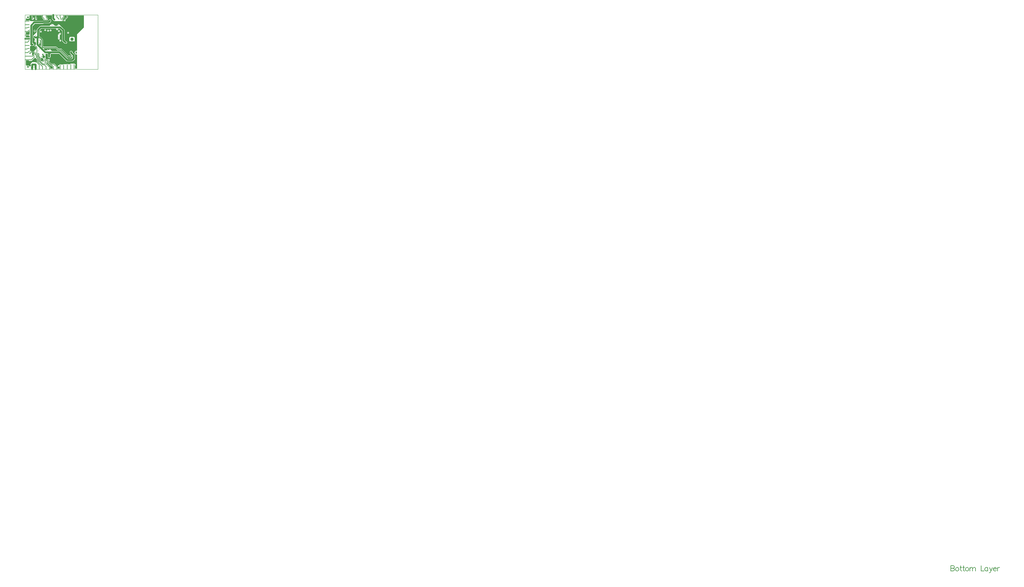
<source format=gbl>
G04*
G04 #@! TF.GenerationSoftware,Altium Limited,Altium Designer,22.4.2 (48)*
G04*
G04 Layer_Physical_Order=4*
G04 Layer_Color=16711680*
%FSLAX24Y24*%
%MOIN*%
G70*
G04*
G04 #@! TF.SameCoordinates,234F8549-8FEE-4F9A-8B0D-93BDF39202AA*
G04*
G04*
G04 #@! TF.FilePolarity,Positive*
G04*
G01*
G75*
%ADD14C,0.0059*%
%ADD15C,0.0039*%
%ADD50C,0.0160*%
%ADD51C,0.0100*%
%ADD52C,0.0060*%
%ADD55C,0.0200*%
%ADD57O,0.0276X0.0118*%
%ADD58O,0.0118X0.0276*%
%ADD59C,0.0120*%
%ADD60C,0.0140*%
%ADD61C,0.0160*%
G04:AMPARAMS|DCode=62|XSize=31.5mil|YSize=31.5mil|CornerRadius=7.9mil|HoleSize=0mil|Usage=FLASHONLY|Rotation=270.000|XOffset=0mil|YOffset=0mil|HoleType=Round|Shape=RoundedRectangle|*
%AMROUNDEDRECTD62*
21,1,0.0315,0.0157,0,0,270.0*
21,1,0.0157,0.0315,0,0,270.0*
1,1,0.0157,-0.0079,-0.0079*
1,1,0.0157,-0.0079,0.0079*
1,1,0.0157,0.0079,0.0079*
1,1,0.0157,0.0079,-0.0079*
%
%ADD62ROUNDEDRECTD62*%
%ADD63C,0.0315*%
G36*
X6584Y5091D02*
X6584Y4706D01*
X5819Y3941D01*
X5819Y2099D01*
X5759Y2063D01*
X5721Y2070D01*
X5663Y2059D01*
X5614Y2026D01*
X5581Y1977D01*
X5569Y1919D01*
X5569Y1821D01*
X5581Y1763D01*
X5614Y1714D01*
X5663Y1681D01*
X5721Y1670D01*
X5759Y1677D01*
X5819Y1642D01*
X5819Y80D01*
X5571Y80D01*
X5571Y434D01*
X5668Y434D01*
X5668Y526D01*
X5542Y652D01*
X5098Y652D01*
X5028Y582D01*
X4777Y582D01*
X4759Y594D01*
X4720Y602D01*
X4681Y594D01*
X4663Y582D01*
X4289Y582D01*
X4281Y574D01*
X4248Y552D01*
X4237Y536D01*
X4003Y536D01*
X4002Y537D01*
X3969Y559D01*
X3969Y559D01*
X3969Y559D01*
X3930Y567D01*
X3891Y559D01*
X3858Y537D01*
X3836Y504D01*
X3765Y434D01*
X3699Y434D01*
X3694Y302D01*
X3859Y302D01*
X3859Y80D01*
X3613Y80D01*
X3613Y276D01*
X3607Y303D01*
X3592Y326D01*
X3287Y630D01*
X3264Y646D01*
X3237Y651D01*
X2955Y651D01*
X2704Y902D01*
X2718Y973D01*
X2724Y978D01*
X2746Y1011D01*
X2754Y1050D01*
X2746Y1089D01*
X2724Y1122D01*
X2691Y1144D01*
X2652Y1152D01*
X2613Y1144D01*
X2580Y1122D01*
X2576Y1116D01*
X2504Y1102D01*
X2496Y1110D01*
X2473Y1126D01*
X2445Y1131D01*
X2320Y1131D01*
X2275Y1158D01*
X2271Y1219D01*
X2281Y1229D01*
X2281Y1275D01*
X2281Y1696D01*
X2281Y1723D01*
X2331Y1747D01*
X2503Y1747D01*
X2558Y1692D01*
X2558Y1413D01*
X2569Y1359D01*
X2600Y1312D01*
X2646Y1281D01*
X2701Y1271D01*
X2756Y1281D01*
X2802Y1312D01*
X2833Y1359D01*
X2844Y1413D01*
X2844Y1692D01*
X2899Y1747D01*
X3811Y1747D01*
X4619Y939D01*
X4619Y939D01*
X4665Y908D01*
X4720Y897D01*
X4720Y897D01*
X5280Y897D01*
X5280Y897D01*
X5335Y908D01*
X5381Y939D01*
X5541Y1099D01*
X5541Y1099D01*
X5572Y1145D01*
X5583Y1200D01*
X5583Y1200D01*
X5583Y1570D01*
X5583Y1570D01*
X5572Y1625D01*
X5541Y1671D01*
X5541Y1671D01*
X5310Y1902D01*
X5310Y1933D01*
X5299Y1988D01*
X5268Y2034D01*
X5221Y2065D01*
X5167Y2076D01*
X5112Y2065D01*
X5066Y2034D01*
X5035Y1988D01*
X5024Y1933D01*
X5024Y1843D01*
X5024Y1843D01*
X5035Y1789D01*
X5066Y1742D01*
X5297Y1511D01*
X5297Y1259D01*
X5221Y1183D01*
X4779Y1183D01*
X3971Y1991D01*
X3925Y2022D01*
X3870Y2033D01*
X3870Y2033D01*
X3021Y2033D01*
X2892Y2162D01*
X2884Y2199D01*
X2862Y2232D01*
X2829Y2254D01*
X2790Y2262D01*
X2751Y2254D01*
X2718Y2232D01*
X2696Y2199D01*
X2692Y2181D01*
X2667Y2156D01*
X2607Y2156D01*
X2604Y2159D01*
X2582Y2192D01*
X2549Y2214D01*
X2510Y2222D01*
X2471Y2214D01*
X2438Y2192D01*
X2416Y2159D01*
X2416Y2159D01*
X2410Y2128D01*
X2408Y2120D01*
X2345Y2120D01*
X2287Y2120D01*
X2228Y2121D01*
X2126Y2223D01*
X2126Y2322D01*
X2152Y2348D01*
X3430Y2348D01*
X3641Y2138D01*
X3670Y2118D01*
X3705Y2111D01*
X4009Y2111D01*
X4745Y1375D01*
X4775Y1355D01*
X4810Y1348D01*
X5021Y1348D01*
X5053Y1327D01*
X5100Y1318D01*
X5147Y1327D01*
X5187Y1353D01*
X5213Y1393D01*
X5222Y1440D01*
X5213Y1487D01*
X5187Y1527D01*
X5147Y1553D01*
X5100Y1562D01*
X5053Y1553D01*
X5021Y1532D01*
X4848Y1532D01*
X4112Y2267D01*
X4083Y2287D01*
X4047Y2294D01*
X3743Y2294D01*
X3533Y2505D01*
X3503Y2525D01*
X3468Y2532D01*
X2028Y2532D01*
X1972Y2588D01*
X1972Y3342D01*
X1965Y3377D01*
X1945Y3407D01*
X1727Y3625D01*
X1697Y3645D01*
X1662Y3652D01*
X1587Y3652D01*
X1587Y4335D01*
X1829Y4577D01*
X3446Y4577D01*
X3461Y4558D01*
X3483Y4517D01*
X3478Y4490D01*
X3486Y4451D01*
X3508Y4418D01*
X3541Y4396D01*
X3580Y4388D01*
X3619Y4396D01*
X3652Y4418D01*
X3674Y4451D01*
X3682Y4490D01*
X3677Y4517D01*
X3699Y4558D01*
X3714Y4577D01*
X3871Y4577D01*
X4147Y4301D01*
X4147Y3234D01*
X4147Y3234D01*
X4158Y3179D01*
X4189Y3133D01*
X4376Y2946D01*
X4422Y2915D01*
X4477Y2904D01*
X4508Y2910D01*
X4543Y2887D01*
X4590Y2878D01*
X4637Y2887D01*
X4677Y2913D01*
X4703Y2953D01*
X4712Y3000D01*
X4703Y3047D01*
X4677Y3087D01*
X4637Y3113D01*
X4596Y3121D01*
X4578Y3148D01*
X4433Y3293D01*
X4433Y4360D01*
X4433Y4360D01*
X4422Y4415D01*
X4391Y4461D01*
X4391Y4461D01*
X4031Y4821D01*
X3985Y4852D01*
X3985Y4852D01*
X3805Y5032D01*
X3740Y5032D01*
X3740Y5032D01*
X3701Y5024D01*
X3668Y5002D01*
X3646Y4969D01*
X3638Y4930D01*
X3639Y4923D01*
X3598Y4863D01*
X3355Y4863D01*
X3146Y5072D01*
X2954Y5072D01*
X2915Y5064D01*
X2882Y5042D01*
X2860Y5009D01*
X2713Y4863D01*
X1770Y4863D01*
X1715Y4852D01*
X1669Y4821D01*
X1669Y4821D01*
X1343Y4495D01*
X1312Y4449D01*
X1301Y4394D01*
X1301Y4394D01*
X1301Y4185D01*
X920Y3804D01*
X920Y3749D01*
X912Y3710D01*
X918Y3682D01*
X912Y3652D01*
X923Y3598D01*
X954Y3551D01*
X1024Y3481D01*
X1024Y3481D01*
X1024Y3481D01*
X1075Y3430D01*
X1075Y3274D01*
X1042Y3252D01*
X1020Y3219D01*
X1012Y3180D01*
X1020Y3141D01*
X1042Y3108D01*
X1075Y3086D01*
X1114Y3078D01*
X1160Y3078D01*
X1237Y3001D01*
X1237Y2775D01*
X1233Y2768D01*
X1222Y2757D01*
X1184Y2729D01*
X1170Y2732D01*
X1131Y2724D01*
X1098Y2702D01*
X1076Y2669D01*
X1068Y2630D01*
X1076Y2591D01*
X1098Y2558D01*
X1131Y2536D01*
X1170Y2528D01*
X1171Y2528D01*
X1252Y2447D01*
X1252Y2301D01*
X1015Y2064D01*
X982Y2042D01*
X960Y2009D01*
X952Y1970D01*
X960Y1931D01*
X982Y1898D01*
X982Y1897D01*
X982Y1740D01*
X987Y1719D01*
X986Y1708D01*
X978Y1679D01*
X965Y1651D01*
X961Y1647D01*
X938Y1632D01*
X916Y1599D01*
X908Y1560D01*
X849Y1548D01*
X843Y1548D01*
X799Y1593D01*
X799Y1888D01*
X808Y1934D01*
X799Y1981D01*
X772Y2021D01*
X732Y2047D01*
X686Y2057D01*
X639Y2047D01*
X562Y2124D01*
X562Y2575D01*
X625Y2638D01*
X680Y2627D01*
X870Y2627D01*
X925Y2638D01*
X971Y2669D01*
X1002Y2715D01*
X1013Y2770D01*
X1002Y2825D01*
X1002Y2840D01*
X823Y3019D01*
X823Y4847D01*
X1090Y5115D01*
X1990Y5115D01*
X1990Y5115D01*
X2045Y5125D01*
X2091Y5156D01*
X2102Y5167D01*
X2645Y5167D01*
X2645Y5167D01*
X2700Y5178D01*
X2746Y5209D01*
X2887Y5350D01*
X2918Y5396D01*
X2929Y5451D01*
X2918Y5506D01*
X2887Y5552D01*
X2841Y5583D01*
X2786Y5594D01*
X2731Y5583D01*
X2685Y5552D01*
X2586Y5453D01*
X2064Y5453D01*
X2053Y5451D01*
X2043Y5453D01*
X1988Y5442D01*
X1942Y5411D01*
X1931Y5400D01*
X1031Y5400D01*
X1031Y5400D01*
X977Y5389D01*
X616Y5389D01*
X558Y5447D01*
X545Y5460D01*
X528Y5486D01*
X503Y5502D01*
X434Y5572D01*
X440Y5544D01*
X417Y5508D01*
X384Y5486D01*
X383Y5485D01*
X80Y5485D01*
X80Y5676D01*
X124Y5720D01*
X159Y5720D01*
X209Y5687D01*
X266Y5676D01*
X365Y5676D01*
X423Y5687D01*
X472Y5720D01*
X504Y5769D01*
X516Y5827D01*
X504Y5885D01*
X494Y5900D01*
X494Y5980D01*
X536Y6022D01*
X714Y6022D01*
X714Y5866D01*
X720Y5839D01*
X735Y5816D01*
X773Y5778D01*
X778Y5722D01*
X756Y5689D01*
X748Y5650D01*
X756Y5611D01*
X778Y5578D01*
X811Y5556D01*
X850Y5548D01*
X889Y5556D01*
X922Y5578D01*
X944Y5611D01*
X952Y5650D01*
X971Y5669D01*
X1021Y5669D01*
X1034Y5762D01*
X1019Y5776D01*
X981Y5776D01*
X921Y5785D01*
X921Y5802D01*
X916Y5829D01*
X900Y5852D01*
X857Y5896D01*
X857Y6022D01*
X1108Y6022D01*
X1108Y5866D01*
X1113Y5839D01*
X1129Y5816D01*
X1169Y5776D01*
X1169Y5713D01*
X1168Y5712D01*
X1146Y5679D01*
X1138Y5640D01*
X1146Y5601D01*
X1168Y5568D01*
X1201Y5546D01*
X1240Y5538D01*
X1279Y5546D01*
X1312Y5568D01*
X1334Y5601D01*
X1342Y5640D01*
X1334Y5679D01*
X1312Y5712D01*
X1311Y5713D01*
X1311Y5805D01*
X1306Y5833D01*
X1290Y5856D01*
X1251Y5896D01*
X1251Y6022D01*
X1895Y6022D01*
X1895Y5866D01*
X1901Y5839D01*
X1916Y5816D01*
X1959Y5773D01*
X1959Y5753D01*
X1940Y5700D01*
X1940Y5700D01*
X2081Y5559D01*
X2084Y5555D01*
X2087Y5553D01*
X2115Y5525D01*
X2458Y5525D01*
X2497Y5533D01*
X2530Y5555D01*
X2552Y5588D01*
X2560Y5627D01*
X2552Y5666D01*
X2530Y5699D01*
X2529Y5700D01*
X2529Y5768D01*
X2524Y5796D01*
X2508Y5819D01*
X2432Y5896D01*
X2432Y6022D01*
X3005Y6022D01*
X3005Y5687D01*
X3005Y5687D01*
X3016Y5633D01*
X3047Y5586D01*
X3174Y5459D01*
X3220Y5428D01*
X3275Y5417D01*
X4165Y5417D01*
X4206Y5458D01*
X4228Y5491D01*
X4236Y5530D01*
X4228Y5569D01*
X4206Y5602D01*
X4220Y5656D01*
X4379Y5816D01*
X4395Y5839D01*
X4400Y5866D01*
X4400Y6022D01*
X4652Y6022D01*
X4652Y5894D01*
X4367Y5609D01*
X4351Y5586D01*
X4347Y5566D01*
X4342Y5562D01*
X4320Y5529D01*
X4312Y5490D01*
X4320Y5451D01*
X4342Y5418D01*
X4375Y5396D01*
X4414Y5388D01*
X4453Y5396D01*
X4486Y5418D01*
X4508Y5451D01*
X4516Y5490D01*
X4508Y5529D01*
X4500Y5541D01*
X4774Y5814D01*
X4790Y5838D01*
X4795Y5865D01*
X4795Y6022D01*
X6584Y6022D01*
X6584Y5091D01*
X6584Y5091D02*
G37*
G36*
X537Y4275D02*
X537Y4128D01*
X533Y4127D01*
X533Y4127D01*
X478Y4109D01*
X475Y4112D01*
X471Y4115D01*
X470Y4116D01*
X434Y4080D01*
X434Y4074D01*
X514Y4074D01*
X534Y4056D01*
X537Y4053D01*
X537Y3977D01*
X525Y3964D01*
X477Y3936D01*
X456Y3941D01*
X417Y3933D01*
X384Y3911D01*
X383Y3910D01*
X80Y3910D01*
X80Y4161D01*
X286Y4161D01*
X314Y4167D01*
X337Y4182D01*
X473Y4318D01*
X474Y4318D01*
X477Y4319D01*
X537Y4275D01*
X537Y4275D02*
G37*
G36*
X384Y3767D02*
X417Y3745D01*
X456Y3737D01*
X477Y3741D01*
X525Y3713D01*
X537Y3701D01*
X537Y3601D01*
X477Y3563D01*
X455Y3567D01*
X80Y3567D01*
X80Y3767D01*
X383Y3767D01*
X384Y3767D01*
X384Y3767D02*
G37*
G36*
X1788Y3287D02*
X1788Y2639D01*
X1733Y2616D01*
X1543Y2806D01*
X1549Y2847D01*
X1600Y2888D01*
X1639Y2896D01*
X1672Y2918D01*
X1694Y2951D01*
X1702Y2990D01*
X1702Y3279D01*
X1762Y3308D01*
X1788Y3287D01*
X1788Y3287D02*
G37*
G36*
X1323Y1142D02*
X1323Y754D01*
X1263Y729D01*
X1202Y790D01*
X780Y790D01*
X707Y717D01*
X706Y716D01*
X663Y673D01*
X663Y673D01*
X627Y637D01*
X627Y587D01*
X627Y587D01*
X627Y508D01*
X627Y493D01*
X630Y493D01*
X631Y478D01*
X640Y445D01*
X640Y442D01*
X642Y434D01*
X642Y425D01*
X643Y422D01*
X643Y387D01*
X640Y376D01*
X634Y367D01*
X624Y357D01*
X612Y348D01*
X486Y348D01*
X439Y396D01*
X423Y396D01*
X365Y407D01*
X161Y407D01*
X80Y487D01*
X80Y1012D01*
X434Y1012D01*
X434Y925D01*
X436Y923D01*
X737Y923D01*
X1086Y1271D01*
X1193Y1271D01*
X1323Y1142D01*
X1323Y1142D02*
G37*
G36*
X2041Y1167D02*
X2041Y1027D01*
X1950Y936D01*
X1941Y934D01*
X1908Y912D01*
X1904Y906D01*
X1902Y903D01*
X1828Y903D01*
X1828Y903D01*
X1778Y931D01*
X1765Y949D01*
X1765Y1234D01*
X1792Y1261D01*
X1947Y1261D01*
X2041Y1167D01*
X2041Y1167D02*
G37*
G36*
X1296Y510D02*
X1296Y175D01*
X1261Y140D01*
X1092Y140D01*
X1056Y175D01*
X1056Y450D01*
X1046Y460D01*
X1010Y460D01*
X916Y460D01*
X906Y450D01*
X906Y175D01*
X871Y140D01*
X666Y140D01*
X666Y238D01*
X702Y262D01*
X729Y289D01*
X756Y328D01*
X765Y375D01*
X765Y434D01*
X762Y449D01*
X761Y464D01*
X750Y508D01*
X750Y587D01*
X793Y630D01*
X1176Y630D01*
X1296Y510D01*
X1296Y510D02*
G37*
G36*
X2843Y420D02*
X2867Y404D01*
X2894Y399D01*
X2944Y399D01*
X3076Y267D01*
X3076Y80D01*
X2825Y80D01*
X2825Y236D01*
X2820Y264D01*
X2804Y287D01*
X2804Y287D01*
X2421Y670D01*
X2399Y685D01*
X2397Y687D01*
X2374Y747D01*
X2374Y750D01*
X2383Y763D01*
X2388Y790D01*
X2443Y813D01*
X2450Y813D01*
X2843Y420D01*
X2843Y420D02*
G37*
%LPC*%
G36*
X2250Y4512D02*
X2211Y4504D01*
X2178Y4482D01*
X2156Y4449D01*
X2148Y4410D01*
X2156Y4371D01*
X2178Y4338D01*
X2211Y4316D01*
X2250Y4308D01*
X2289Y4316D01*
X2322Y4338D01*
X2344Y4371D01*
X2352Y4410D01*
X2344Y4449D01*
X2322Y4482D01*
X2289Y4504D01*
X2250Y4512D01*
X2250Y4512D02*
G37*
G36*
X2860Y4462D02*
X2821Y4454D01*
X2788Y4432D01*
X2766Y4399D01*
X2758Y4360D01*
X2766Y4321D01*
X2788Y4288D01*
X2821Y4266D01*
X2860Y4258D01*
X2899Y4266D01*
X2932Y4288D01*
X2954Y4321D01*
X2962Y4360D01*
X2954Y4399D01*
X2932Y4432D01*
X2899Y4454D01*
X2860Y4462D01*
X2860Y4462D02*
G37*
G36*
X2570Y4442D02*
X2531Y4434D01*
X2498Y4412D01*
X2476Y4379D01*
X2468Y4340D01*
X2476Y4301D01*
X2498Y4268D01*
X2531Y4246D01*
X2570Y4238D01*
X2609Y4246D01*
X2642Y4268D01*
X2664Y4301D01*
X2672Y4340D01*
X2664Y4379D01*
X2642Y4412D01*
X2609Y4434D01*
X2570Y4442D01*
X2570Y4442D02*
G37*
G36*
X3780Y4412D02*
X3741Y4404D01*
X3708Y4382D01*
X3686Y4349D01*
X3678Y4310D01*
X3686Y4271D01*
X3708Y4238D01*
X3741Y4216D01*
X3780Y4208D01*
X3819Y4216D01*
X3852Y4238D01*
X3874Y4271D01*
X3882Y4310D01*
X3874Y4349D01*
X3852Y4382D01*
X3819Y4404D01*
X3780Y4412D01*
X3780Y4412D02*
G37*
G36*
X1084Y4422D02*
X1037Y4413D01*
X997Y4387D01*
X971Y4347D01*
X962Y4300D01*
X971Y4253D01*
X997Y4214D01*
X1037Y4187D01*
X1084Y4178D01*
X1131Y4187D01*
X1170Y4214D01*
X1197Y4253D01*
X1206Y4300D01*
X1197Y4347D01*
X1170Y4387D01*
X1131Y4413D01*
X1084Y4422D01*
X1084Y4422D02*
G37*
G36*
X1764Y4332D02*
X1725Y4324D01*
X1692Y4302D01*
X1670Y4269D01*
X1662Y4230D01*
X1670Y4191D01*
X1692Y4158D01*
X1725Y4136D01*
X1764Y4128D01*
X1803Y4136D01*
X1836Y4158D01*
X1858Y4191D01*
X1866Y4230D01*
X1858Y4269D01*
X1836Y4302D01*
X1803Y4324D01*
X1764Y4332D01*
X1764Y4332D02*
G37*
G36*
X4820Y4212D02*
X4781Y4204D01*
X4748Y4182D01*
X4726Y4149D01*
X4718Y4110D01*
X4726Y4071D01*
X4748Y4038D01*
X4781Y4016D01*
X4820Y4008D01*
X4859Y4016D01*
X4892Y4038D01*
X4914Y4071D01*
X4922Y4110D01*
X4914Y4149D01*
X4892Y4182D01*
X4859Y4204D01*
X4820Y4212D01*
X4820Y4212D02*
G37*
G36*
X3930Y4099D02*
X3891Y4091D01*
X3858Y4069D01*
X3828Y4039D01*
X3828Y4039D01*
X3732Y3943D01*
X3708Y3927D01*
X3686Y3894D01*
X3679Y3855D01*
X3678Y3621D01*
X3678Y3620D01*
X3678Y3619D01*
X3678Y3438D01*
X3678Y3415D01*
X3704Y3388D01*
X3704Y3388D01*
X3718Y3368D01*
X3751Y3346D01*
X3790Y3338D01*
X3829Y3346D01*
X3862Y3368D01*
X3876Y3388D01*
X3876Y3388D01*
X3892Y3405D01*
X3892Y3440D01*
X3892Y3440D01*
X3892Y3440D01*
X3892Y3442D01*
X3892Y3826D01*
X3969Y3903D01*
X4002Y3925D01*
X4024Y3958D01*
X4032Y3997D01*
X4024Y4036D01*
X4002Y4069D01*
X3969Y4091D01*
X3930Y4099D01*
X3930Y4099D02*
G37*
G36*
X5488Y3621D02*
X5032Y3621D01*
X4999Y3607D01*
X4974Y3582D01*
X4960Y3549D01*
X4960Y3193D01*
X4974Y3160D01*
X4999Y3135D01*
X5032Y3121D01*
X5488Y3121D01*
X5521Y3135D01*
X5546Y3160D01*
X5560Y3193D01*
X5560Y3549D01*
X5546Y3582D01*
X5521Y3607D01*
X5488Y3621D01*
X5488Y3621D02*
G37*
G36*
X3940Y3322D02*
X3901Y3314D01*
X3868Y3292D01*
X3846Y3259D01*
X3838Y3220D01*
X3846Y3181D01*
X3868Y3148D01*
X3901Y3126D01*
X3940Y3118D01*
X3979Y3126D01*
X4012Y3148D01*
X4034Y3181D01*
X4042Y3220D01*
X4034Y3259D01*
X4012Y3292D01*
X3979Y3314D01*
X3940Y3322D01*
X3940Y3322D02*
G37*
%LPD*%
D14*
X103725Y-55679D02*
X103725Y-56269D01*
X103725Y-55679D02*
X103978Y-55679D01*
X104062Y-55707D01*
X104090Y-55735D01*
X104118Y-55791D01*
X104118Y-55847D01*
X104090Y-55904D01*
X104062Y-55932D01*
X103978Y-55960D01*
X103725Y-55960D02*
X103978Y-55960D01*
X104062Y-55988D01*
X104090Y-56016D01*
X104118Y-56072D01*
X104118Y-56157D01*
X104090Y-56213D01*
X104062Y-56241D01*
X103978Y-56269D01*
X103725Y-56269D01*
X104391Y-55876D02*
X104335Y-55904D01*
X104279Y-55960D01*
X104251Y-56044D01*
X104251Y-56101D01*
X104279Y-56185D01*
X104335Y-56241D01*
X104391Y-56269D01*
X104476Y-56269D01*
X104532Y-56241D01*
X104588Y-56185D01*
X104616Y-56101D01*
X104616Y-56044D01*
X104588Y-55960D01*
X104532Y-55904D01*
X104476Y-55876D01*
X104391Y-55876D01*
X104830Y-55679D02*
X104830Y-56157D01*
X104858Y-56241D01*
X104914Y-56269D01*
X104970Y-56269D01*
X104745Y-55876D02*
X104942Y-55876D01*
X105139Y-55679D02*
X105139Y-56157D01*
X105167Y-56241D01*
X105223Y-56269D01*
X105280Y-56269D01*
X105055Y-55876D02*
X105252Y-55876D01*
X105505Y-55876D02*
X105448Y-55904D01*
X105392Y-55960D01*
X105364Y-56044D01*
X105364Y-56101D01*
X105392Y-56185D01*
X105448Y-56241D01*
X105505Y-56269D01*
X105589Y-56269D01*
X105645Y-56241D01*
X105701Y-56185D01*
X105730Y-56101D01*
X105730Y-56044D01*
X105701Y-55960D01*
X105645Y-55904D01*
X105589Y-55876D01*
X105505Y-55876D01*
X105859Y-55876D02*
X105859Y-56269D01*
X105859Y-55988D02*
X105943Y-55904D01*
X105999Y-55876D01*
X106084Y-55876D01*
X106140Y-55904D01*
X106168Y-55988D01*
X106168Y-56269D01*
X106168Y-55988D02*
X106252Y-55904D01*
X106309Y-55876D01*
X106393Y-55876D01*
X106449Y-55904D01*
X106477Y-55988D01*
X106477Y-56269D01*
X107127Y-55679D02*
X107127Y-56269D01*
X107464Y-56269D01*
X107866Y-55876D02*
X107866Y-56269D01*
X107866Y-55960D02*
X107810Y-55904D01*
X107754Y-55876D01*
X107669Y-55876D01*
X107613Y-55904D01*
X107557Y-55960D01*
X107529Y-56044D01*
X107529Y-56101D01*
X107557Y-56185D01*
X107613Y-56241D01*
X107669Y-56269D01*
X107754Y-56269D01*
X107810Y-56241D01*
X107866Y-56185D01*
X108052Y-55876D02*
X108221Y-56269D01*
X108389Y-55876D02*
X108221Y-56269D01*
X108164Y-56382D01*
X108108Y-56438D01*
X108052Y-56466D01*
X108024Y-56466D01*
X108488Y-56044D02*
X108825Y-56044D01*
X108825Y-55988D01*
X108797Y-55932D01*
X108769Y-55904D01*
X108713Y-55876D01*
X108628Y-55876D01*
X108572Y-55904D01*
X108516Y-55960D01*
X108488Y-56044D01*
X108488Y-56101D01*
X108516Y-56185D01*
X108572Y-56241D01*
X108628Y-56269D01*
X108713Y-56269D01*
X108769Y-56241D01*
X108825Y-56185D01*
X108952Y-55876D02*
X108952Y-56269D01*
X108952Y-56044D02*
X108980Y-55960D01*
X109036Y-55904D01*
X109092Y-55876D01*
X109176Y-55876D01*
D15*
X0Y0D02*
X0Y6102D01*
X0Y0D02*
X8150Y0D01*
X8150Y6102D01*
X0Y6102D02*
X8150Y6102D01*
D50*
X0Y3445D02*
X455Y3445D01*
D51*
X3705Y2203D02*
X4047Y2203D01*
X3468Y2440D02*
X3705Y2203D01*
X2584Y2440D02*
X3468Y2440D01*
X4047Y2203D02*
X4810Y1440D01*
X1880Y2550D02*
X1880Y3342D01*
X4810Y1440D02*
X5100Y1440D01*
X4574Y3000D02*
X4590Y3000D01*
X4527Y3047D02*
X4574Y3000D01*
X4477Y3047D02*
X4527Y3047D01*
X1662Y3560D02*
X1880Y3342D01*
X1444Y3560D02*
X1662Y3560D01*
X1384Y3560D02*
X1444Y3560D01*
X1880Y2550D02*
X1990Y2440D01*
X2530Y2440D01*
X2584Y2440D01*
X1983Y1507D02*
X2080Y1410D01*
X1983Y1507D02*
X1983Y1670D01*
D52*
X4724Y5865D02*
X4724Y6101D01*
X4329Y5866D02*
X4329Y6102D01*
X3935Y5866D02*
X3935Y6102D01*
X3541Y5866D02*
X3541Y6102D01*
X2360Y5866D02*
X2360Y6102D01*
X1967Y5866D02*
X1967Y6102D01*
X1179Y5866D02*
X1179Y6102D01*
X785Y5866D02*
X785Y6102D01*
X0Y2264D02*
X236Y2264D01*
X0Y4626D02*
X236Y4626D01*
X2754Y0D02*
X2754Y236D01*
X5130Y0D02*
X5130Y540D01*
X5500Y0D02*
X5500Y550D01*
X4720Y0D02*
X4720Y500D01*
X1544Y1446D02*
X1544Y1726D01*
X1544Y1446D02*
X1694Y1296D01*
X1460Y1810D02*
X1544Y1726D01*
X1694Y906D02*
X1694Y1296D01*
X1170Y2630D02*
X1323Y2477D01*
X1323Y1754D02*
X1323Y2477D01*
X2170Y1160D02*
X2270Y1060D01*
X2404Y960D02*
X2894Y470D01*
X2100Y960D02*
X2404Y960D01*
X2445Y1060D02*
X2925Y580D01*
X2270Y1060D02*
X2445Y1060D01*
X4417Y5558D02*
X4724Y5865D01*
X3771Y5612D02*
X3771Y5637D01*
X3541Y5866D02*
X3771Y5637D01*
X3974Y5600D02*
X3974Y5827D01*
X3935Y5866D02*
X3974Y5827D01*
X4134Y5530D02*
X4134Y5671D01*
X4417Y5493D02*
X4417Y5558D01*
X2458Y5627D02*
X2458Y5768D01*
X2360Y5866D02*
X2458Y5768D01*
X2030Y5753D02*
X2156Y5627D01*
X2030Y5753D02*
X2030Y5802D01*
X1967Y5866D02*
X2030Y5802D01*
X1573Y0D02*
X1573Y514D01*
X1394Y692D02*
X1573Y514D01*
X1394Y692D02*
X1394Y1172D01*
X1054Y1740D02*
X1244Y1550D01*
X1244Y1322D02*
X1394Y1172D01*
X1192Y1743D02*
X1344Y1591D01*
X1344Y1363D02*
X1494Y1213D01*
X1444Y1405D02*
X1594Y1255D01*
X1244Y1322D02*
X1244Y1550D01*
X1344Y1363D02*
X1344Y1591D01*
X1323Y1754D02*
X1444Y1633D01*
X1444Y1405D02*
X1444Y1633D01*
X2370Y620D02*
X2754Y236D01*
X2754Y236D01*
X2894Y470D02*
X2974Y470D01*
X1980Y840D02*
X2100Y960D01*
X2925Y580D02*
X3237Y580D01*
X1980Y620D02*
X2370Y620D01*
X474Y4420D02*
X474Y4420D01*
X286Y4232D02*
X474Y4420D01*
X0Y4232D02*
X286Y4232D01*
X0Y1477D02*
X927Y1477D01*
X1494Y766D02*
X1494Y1213D01*
X1494Y766D02*
X1967Y293D01*
X1594Y865D02*
X1949Y510D01*
X1594Y865D02*
X1594Y1255D01*
X1694Y906D02*
X1980Y620D01*
X3148Y0D02*
X3148Y296D01*
X2974Y470D02*
X3148Y296D01*
X4414Y5490D02*
X4417Y5493D01*
X4134Y5671D02*
X4329Y5866D01*
X1054Y1740D02*
X1054Y1970D01*
X927Y1477D02*
X1010Y1560D01*
X1192Y1743D02*
X1192Y1878D01*
X300Y1870D02*
X480Y2050D01*
X723Y1083D02*
X1040Y1400D01*
X281Y3051D02*
X470Y3240D01*
X458Y2658D02*
X460Y2660D01*
X236Y4626D02*
X300Y4690D01*
X4722Y5866D02*
X4724Y5865D01*
X0Y3051D02*
X281Y3051D01*
X850Y5650D02*
X850Y5802D01*
X785Y5866D02*
X850Y5802D01*
X1179Y5866D02*
X1240Y5805D01*
X1240Y5640D02*
X1240Y5805D01*
X3237Y580D02*
X3541Y276D01*
X4320Y0D02*
X4320Y480D01*
X3930Y0D02*
X3930Y465D01*
X0Y1083D02*
X723Y1083D01*
X1949Y510D02*
X2150Y510D01*
X2360Y300D01*
X2360Y0D02*
X2360Y300D01*
X1967Y0D02*
X1967Y293D01*
X0Y2658D02*
X458Y2658D01*
X0Y1870D02*
X300Y1870D01*
X302Y2330D02*
X460Y2330D01*
X236Y2264D02*
X302Y2330D01*
X0Y3839D02*
X447Y3839D01*
X300Y4690D02*
X456Y4690D01*
X0Y5413D02*
X456Y5413D01*
X0Y5020D02*
X456Y5020D01*
X3541Y0D02*
X3541Y276D01*
D55*
X1444Y3560D02*
X1444Y4394D01*
X1055Y3652D02*
X1125Y3582D01*
X1380Y2767D02*
X1380Y3560D01*
X2840Y1890D02*
X3870Y1890D01*
X2562Y1890D02*
X2840Y1890D01*
X1380Y2767D02*
X2257Y1890D01*
X680Y2770D02*
X680Y4906D01*
X3148Y5687D02*
X3275Y5560D01*
X3148Y5687D02*
X3148Y6102D01*
X2064Y5310D02*
X2186Y5310D01*
X2645Y5310D01*
X2786Y5451D01*
X680Y4906D02*
X1031Y5257D01*
X1990Y5257D01*
X4290Y3234D02*
X4290Y4360D01*
X4290Y3234D02*
X4477Y3047D01*
X3930Y4720D02*
X4290Y4360D01*
X1990Y5257D02*
X2043Y5310D01*
X2701Y1751D02*
X2840Y1890D01*
X1770Y4720D02*
X3930Y4720D01*
X1444Y4394D02*
X1770Y4720D01*
X1125Y3582D02*
X1362Y3582D01*
X1384Y3560D01*
X680Y2770D02*
X870Y2770D01*
X2562Y1890D02*
X2701Y1751D01*
X2701Y1413D02*
X2701Y1751D01*
X2257Y1890D02*
X2562Y1890D01*
X3870Y1890D02*
X4720Y1040D01*
X5440Y1200D02*
X5440Y1570D01*
X5280Y1040D02*
X5440Y1200D01*
X4720Y1040D02*
X5280Y1040D01*
X5167Y1843D02*
X5440Y1570D01*
X5167Y1843D02*
X5167Y1933D01*
X1179Y0D02*
X1179Y515D01*
X785Y0D02*
X785Y515D01*
X1149Y545D02*
X1179Y515D01*
X952Y545D02*
X1149Y545D01*
X815Y545D02*
X952Y545D01*
X785Y515D02*
X815Y545D01*
D57*
X315Y256D02*
D03*
X316Y5827D02*
D03*
D58*
X5721Y1870D02*
D03*
D59*
X6324Y5680D02*
D03*
X6324Y5400D02*
D03*
X6324Y5120D02*
D03*
X5184Y5960D02*
D03*
X5564Y5960D02*
D03*
X5944Y5960D02*
D03*
X5900Y4640D02*
D03*
X5384Y4080D02*
D03*
X5384Y4400D02*
D03*
X5384Y4240D02*
D03*
X5944Y4840D02*
D03*
X6134Y4840D02*
D03*
X5564Y4560D02*
D03*
X5754Y4560D02*
D03*
X5754Y4840D02*
D03*
X5754Y4700D02*
D03*
X5564Y4840D02*
D03*
X5564Y4700D02*
D03*
X4994Y5960D02*
D03*
X4994Y5120D02*
D03*
X4994Y5400D02*
D03*
X4994Y5680D02*
D03*
X5374Y5960D02*
D03*
X5374Y5120D02*
D03*
X5374Y5400D02*
D03*
X5374Y5680D02*
D03*
X5754Y5960D02*
D03*
X5754Y5120D02*
D03*
X5754Y5400D02*
D03*
X5754Y5680D02*
D03*
X6134Y5680D02*
D03*
X6134Y5400D02*
D03*
X6134Y5120D02*
D03*
X6514Y4980D02*
D03*
X6514Y5120D02*
D03*
X6514Y5260D02*
D03*
X6514Y5400D02*
D03*
X6514Y5540D02*
D03*
X6514Y5680D02*
D03*
X6514Y5820D02*
D03*
X5384Y4880D02*
D03*
X460Y3440D02*
D03*
X5144Y2760D02*
D03*
X1060Y1100D02*
D03*
X1060Y900D02*
D03*
X3360Y2270D02*
D03*
X3940Y3220D02*
D03*
X1590Y3222D02*
D03*
X1600Y2990D02*
D03*
X2790Y2160D02*
D03*
X1630Y2820D02*
D03*
X2170Y1160D02*
D03*
X2337Y1194D02*
D03*
X4819Y4618D02*
D03*
X4820Y4110D02*
D03*
X4962Y4569D02*
D03*
X4964Y4420D02*
D03*
X3771Y5612D02*
D03*
X3974Y5600D02*
D03*
X1888Y5462D02*
D03*
X2032Y5515D02*
D03*
X1903Y5608D02*
D03*
X1764Y5536D02*
D03*
X2879Y5629D02*
D03*
X2662Y5611D02*
D03*
X2984Y5530D02*
D03*
X3078Y5426D02*
D03*
X4134Y5530D02*
D03*
X4264Y5390D02*
D03*
X4287Y5603D02*
D03*
X2156Y5627D02*
D03*
X2186Y5310D02*
D03*
X2458Y5627D02*
D03*
X3781Y3855D02*
D03*
X904Y4210D02*
D03*
X1165Y3820D02*
D03*
X1014Y3710D02*
D03*
X974Y4880D02*
D03*
X1464Y2070D02*
D03*
X5754Y2930D02*
D03*
X5624Y4050D02*
D03*
X5544Y3940D02*
D03*
X5624Y3330D02*
D03*
X5361Y3290D02*
D03*
X2064Y5310D02*
D03*
X2570Y610D02*
D03*
X2652Y1050D02*
D03*
X2690Y1210D02*
D03*
X2820Y880D02*
D03*
X4254Y1163D02*
D03*
X474Y4420D02*
D03*
X479Y4010D02*
D03*
X2454Y720D02*
D03*
X1849Y1195D02*
D03*
X456Y3839D02*
D03*
X474Y3660D02*
D03*
X5545Y719D02*
D03*
X5404Y860D02*
D03*
X5545Y1001D02*
D03*
X3414Y4460D02*
D03*
X3165Y4461D02*
D03*
X1694Y3720D02*
D03*
X1914Y4320D02*
D03*
X2094Y4320D02*
D03*
X2394Y4320D02*
D03*
X3574Y4320D02*
D03*
X3304Y4320D02*
D03*
X3024Y4320D02*
D03*
X5654Y4300D02*
D03*
X4854Y4799D02*
D03*
X4660Y5160D02*
D03*
X4660Y5600D02*
D03*
X5249Y4410D02*
D03*
X4964Y4720D02*
D03*
X5174Y4720D02*
D03*
X5174Y4560D02*
D03*
X4894Y1660D02*
D03*
X4764Y1700D02*
D03*
X5084Y1620D02*
D03*
X5006Y2130D02*
D03*
X5604Y2100D02*
D03*
X5624Y2260D02*
D03*
X5508Y1816D02*
D03*
X5444Y2110D02*
D03*
X5444Y2260D02*
D03*
X4904Y3190D02*
D03*
X4974Y2390D02*
D03*
X5282Y2110D02*
D03*
X5394Y1930D02*
D03*
X5754Y650D02*
D03*
X5754Y330D02*
D03*
X5754Y970D02*
D03*
X5754Y1290D02*
D03*
X5754Y1610D02*
D03*
X5754Y2290D02*
D03*
X5754Y2610D02*
D03*
X5754Y2770D02*
D03*
X5624Y3180D02*
D03*
X6514Y5960D02*
D03*
X6324Y5960D02*
D03*
X6134Y5960D02*
D03*
X6034Y4710D02*
D03*
X6034Y4530D02*
D03*
X6208Y4664D02*
D03*
X6344Y4762D02*
D03*
X6404Y4620D02*
D03*
X6506Y4762D02*
D03*
X6270Y4486D02*
D03*
X6135Y4351D02*
D03*
X5934Y4370D02*
D03*
X6001Y4217D02*
D03*
X5877Y4093D02*
D03*
X1694Y4070D02*
D03*
X3744Y4470D02*
D03*
X574Y5630D02*
D03*
X1124Y4850D02*
D03*
X4414Y5490D02*
D03*
X2954Y4970D02*
D03*
X1170Y2630D02*
D03*
X1119Y2460D02*
D03*
X910Y2360D02*
D03*
X1054Y1970D02*
D03*
X860Y1620D02*
D03*
X920Y1770D02*
D03*
X1010Y1560D02*
D03*
X1460Y1810D02*
D03*
X480Y2050D02*
D03*
X1040Y1400D02*
D03*
X984Y3440D02*
D03*
X1114Y3630D02*
D03*
X470Y3240D02*
D03*
X1098Y2827D02*
D03*
X1600Y3410D02*
D03*
X1114Y3180D02*
D03*
X460Y2660D02*
D03*
X1764Y4230D02*
D03*
X1694Y3900D02*
D03*
X5714Y4150D02*
D03*
X5384Y4560D02*
D03*
X5384Y4720D02*
D03*
X3134Y4940D02*
D03*
X3574Y4950D02*
D03*
X4810Y5600D02*
D03*
X3930Y3997D02*
D03*
X5819Y4240D02*
D03*
X5784Y4370D02*
D03*
X3790Y3440D02*
D03*
X1594Y2260D02*
D03*
X1192Y1878D02*
D03*
X2640Y2220D02*
D03*
X2384Y2220D02*
D03*
X5200Y1280D02*
D03*
X4984Y1760D02*
D03*
X3476Y2160D02*
D03*
X4674Y1810D02*
D03*
X4834Y1810D02*
D03*
X4820Y2180D02*
D03*
X4670Y2180D02*
D03*
X4040Y1430D02*
D03*
X4040Y1279D02*
D03*
X3940Y2930D02*
D03*
X2210Y2220D02*
D03*
X3100Y2270D02*
D03*
X2170Y1690D02*
D03*
X850Y5650D02*
D03*
X1240Y5640D02*
D03*
X1080Y5600D02*
D03*
X4720Y500D02*
D03*
X5500Y550D02*
D03*
X5130Y540D02*
D03*
X5034Y3680D02*
D03*
X5024Y4030D02*
D03*
X4874Y3950D02*
D03*
X5024Y4160D02*
D03*
X5104Y4360D02*
D03*
X4774Y2980D02*
D03*
X4610Y3610D02*
D03*
X4520Y2180D02*
D03*
X4540Y2570D02*
D03*
X2250Y4410D02*
D03*
X2680Y500D02*
D03*
X2510Y2120D02*
D03*
X5179Y4240D02*
D03*
X5174Y4070D02*
D03*
X5134Y2220D02*
D03*
X5282Y2260D02*
D03*
X5014Y3060D02*
D03*
X4894Y3330D02*
D03*
X4894Y3460D02*
D03*
X4914Y3600D02*
D03*
X470Y540D02*
D03*
X560Y430D02*
D03*
X240Y480D02*
D03*
X4114Y1168D02*
D03*
X4370Y780D02*
D03*
X4370Y940D02*
D03*
X4320Y480D02*
D03*
X3800Y570D02*
D03*
X3434Y570D02*
D03*
X4040Y594D02*
D03*
X3930Y465D02*
D03*
X4040Y1010D02*
D03*
X4210Y606D02*
D03*
X3104Y1440D02*
D03*
X3104Y1230D02*
D03*
X3100Y710D02*
D03*
X3103Y880D02*
D03*
X1980Y840D02*
D03*
X3240Y2170D02*
D03*
X1810Y1420D02*
D03*
X2400Y1310D02*
D03*
X2860Y4360D02*
D03*
X2570Y4340D02*
D03*
X3580Y4490D02*
D03*
X3780Y4310D02*
D03*
X3740Y4930D02*
D03*
X4934Y2260D02*
D03*
X4954Y2760D02*
D03*
X5179Y3690D02*
D03*
X4654Y3470D02*
D03*
X4674Y3270D02*
D03*
X4520Y3510D02*
D03*
X3780Y3620D02*
D03*
X3880Y1590D02*
D03*
X3720Y1600D02*
D03*
X3603Y570D02*
D03*
X434Y5630D02*
D03*
X150Y5640D02*
D03*
X564Y5760D02*
D03*
X560Y5960D02*
D03*
X460Y2330D02*
D03*
X456Y4690D02*
D03*
X456Y5020D02*
D03*
X456Y5413D02*
D03*
X5319Y2390D02*
D03*
X5479Y2410D02*
D03*
X5549Y2540D02*
D03*
X5549Y2700D02*
D03*
X4810Y4950D02*
D03*
X4810Y5160D02*
D03*
X4810Y5380D02*
D03*
X3300Y1610D02*
D03*
X4370Y1100D02*
D03*
D60*
X2518Y3556D02*
D03*
X2045Y3556D02*
D03*
X2045Y4029D02*
D03*
X2518Y4029D02*
D03*
X2045Y2611D02*
D03*
X2518Y2611D02*
D03*
X2990Y2611D02*
D03*
X2990Y3556D02*
D03*
X2990Y4029D02*
D03*
X2518Y3084D02*
D03*
X2045Y3084D02*
D03*
X2990Y3084D02*
D03*
X3463Y3556D02*
D03*
X3463Y4029D02*
D03*
X3463Y3084D02*
D03*
X3463Y2611D02*
D03*
D61*
X3275Y5560D02*
D03*
X2786Y5451D02*
D03*
X4590Y3000D02*
D03*
X1084Y4300D02*
D03*
X654Y3870D02*
D03*
X686Y1934D02*
D03*
X870Y2770D02*
D03*
X680Y2770D02*
D03*
X5100Y1440D02*
D03*
X5167Y1933D02*
D03*
X1983Y1670D02*
D03*
X540Y1790D02*
D03*
X2701Y1413D02*
D03*
X2270Y810D02*
D03*
X952Y545D02*
D03*
X1149Y545D02*
D03*
D62*
X5260Y3371D02*
D03*
D63*
X2080Y1410D02*
D03*
X1384Y3560D02*
D03*
M02*

</source>
